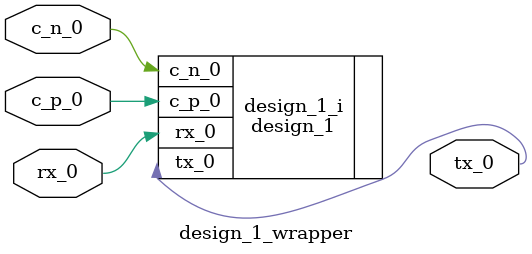
<source format=v>
`timescale 1 ps / 1 ps

module design_1_wrapper
   (c_n_0,
    c_p_0,
    rx_0,
    tx_0);
  input c_n_0;
  input c_p_0;
  input rx_0;
  output tx_0;

  wire c_n_0;
  wire c_p_0;
  wire rx_0;
  wire tx_0;

  design_1 design_1_i
       (.c_n_0(c_n_0),
        .c_p_0(c_p_0),
        .rx_0(rx_0),
        .tx_0(tx_0));
endmodule

</source>
